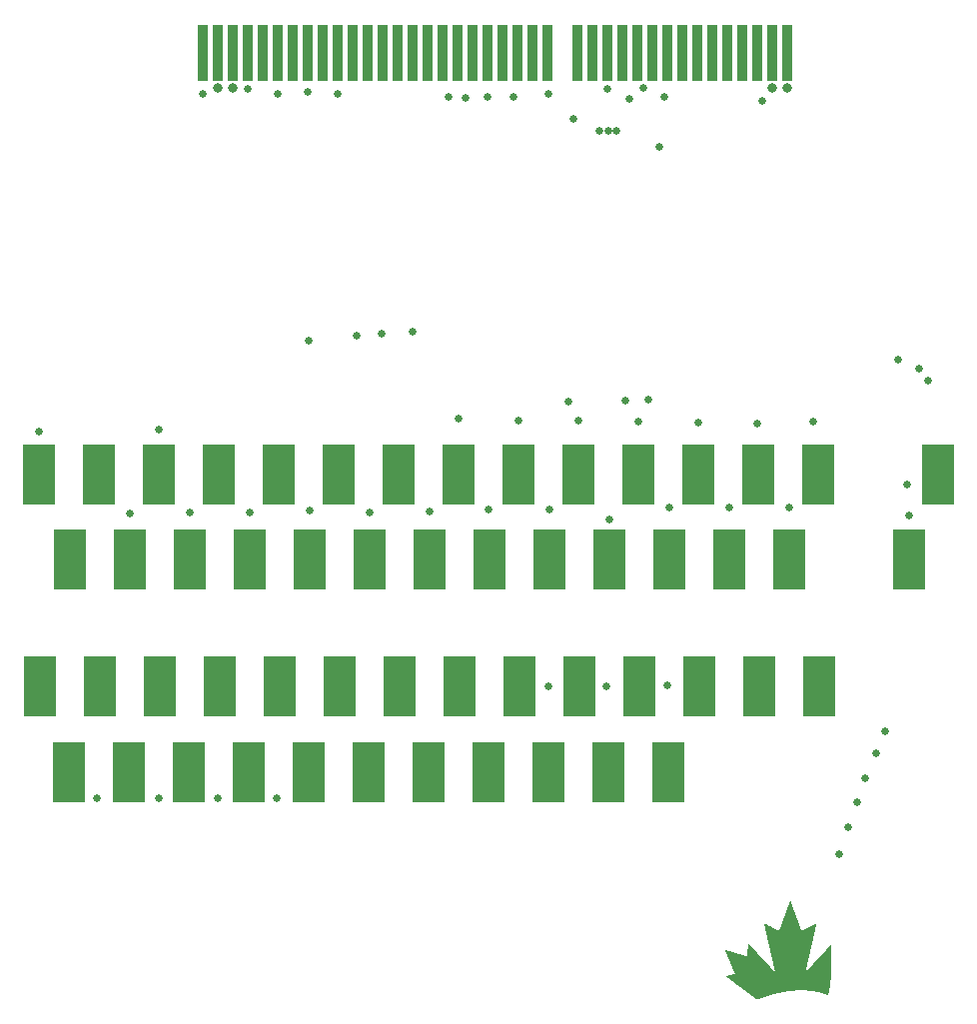
<source format=gbr>
G04*
G04 #@! TF.GenerationSoftware,Altium Limited,Altium Designer,22.11.1 (43)*
G04*
G04 Layer_Color=8388736*
%FSLAX44Y44*%
%MOMM*%
G71*
G04*
G04 #@! TF.SameCoordinates,FC654CB9-28C8-48F1-B545-0E8A54867809*
G04*
G04*
G04 #@! TF.FilePolarity,Negative*
G04*
G01*
G75*
%ADD16R,2.7032X5.2032*%
%ADD17R,0.8632X4.7752*%
%ADD18C,0.8382*%
%ADD19C,0.6472*%
G36*
X729979Y257609D02*
X730030Y257478D01*
X730050Y257437D01*
X730091Y257336D01*
X730121Y257225D01*
X730172Y257114D01*
X730212Y256952D01*
X730253Y256911D01*
X730293Y256749D01*
X730374Y256567D01*
X730404Y256456D01*
X730434Y256385D01*
X730475Y256284D01*
X730505Y256173D01*
X730576Y256001D01*
X730596Y255920D01*
X730677Y255738D01*
X730708Y255627D01*
X730758Y255536D01*
X730788Y255404D01*
X730859Y255233D01*
X730890Y255121D01*
X730940Y255030D01*
X730960Y254949D01*
X731011Y254818D01*
X731061Y254707D01*
X731082Y254585D01*
X731142Y254484D01*
X731183Y254322D01*
X731264Y254140D01*
X731284Y254039D01*
X731324Y253999D01*
X731365Y253837D01*
X731446Y253655D01*
X731476Y253524D01*
X731527Y253433D01*
X731567Y253271D01*
X731648Y253089D01*
X731668Y253008D01*
X731729Y252866D01*
X731749Y252785D01*
X731830Y252603D01*
X731860Y252492D01*
X731931Y252320D01*
X731962Y252209D01*
X732012Y252118D01*
X732032Y252037D01*
X732133Y251774D01*
X732164Y251663D01*
X732194Y251633D01*
X732234Y251471D01*
X732315Y251289D01*
X732346Y251157D01*
X732417Y251026D01*
X732437Y250905D01*
X732518Y250723D01*
X732548Y250611D01*
X732578Y250581D01*
X732619Y250439D01*
X732639Y250358D01*
X732680Y250318D01*
X732720Y250156D01*
X732801Y249954D01*
X732821Y249873D01*
X732902Y249691D01*
X732932Y249580D01*
X732983Y249468D01*
X733003Y249388D01*
X733054Y249256D01*
X733084Y249226D01*
X733124Y249044D01*
X733185Y248902D01*
X733246Y248740D01*
X733286Y248639D01*
X733317Y248528D01*
X733387Y248356D01*
X733408Y248275D01*
X733488Y248093D01*
X733519Y247982D01*
X733569Y247871D01*
X733590Y247790D01*
X733671Y247608D01*
X733701Y247476D01*
X733772Y247304D01*
X733792Y247224D01*
X733812Y247183D01*
X733873Y247041D01*
X733903Y246930D01*
X733954Y246839D01*
X733994Y246677D01*
X734075Y246495D01*
X734105Y246384D01*
X734136Y246354D01*
X734176Y246192D01*
X734257Y246010D01*
X734287Y245899D01*
X734318Y245828D01*
X734358Y245727D01*
X734389Y245616D01*
X734459Y245444D01*
X734490Y245333D01*
X734520Y245302D01*
X734560Y245161D01*
X734581Y245080D01*
X734641Y244938D01*
X734692Y244807D01*
X734742Y244695D01*
X734773Y244564D01*
X734844Y244392D01*
X734864Y244311D01*
X734884Y244271D01*
X734945Y244129D01*
X734975Y244018D01*
X735026Y243927D01*
X735056Y243795D01*
X735147Y243583D01*
X735167Y243482D01*
X735208Y243442D01*
X735248Y243280D01*
X735329Y243098D01*
X735349Y242976D01*
X735390Y242936D01*
X735430Y242794D01*
X735531Y242531D01*
X735562Y242420D01*
X735592Y242390D01*
X735632Y242228D01*
X735713Y242046D01*
X735744Y241915D01*
X735774Y241884D01*
X735814Y241743D01*
X735865Y241611D01*
X735895Y241581D01*
X735946Y241369D01*
X735976Y241338D01*
X736017Y241196D01*
X736118Y240934D01*
X736138Y240853D01*
X736199Y240711D01*
X736219Y240630D01*
X736300Y240448D01*
X736330Y240337D01*
X736381Y240226D01*
X736401Y240145D01*
X736441Y240044D01*
X736502Y239902D01*
X736522Y239801D01*
X736603Y239619D01*
X736634Y239508D01*
X736664Y239477D01*
X736684Y239396D01*
X736714Y239285D01*
X736785Y239113D01*
X736815Y239002D01*
X736846Y238972D01*
X736886Y238830D01*
X736937Y238699D01*
X736967Y238668D01*
X736998Y238517D01*
X737028Y238446D01*
X737068Y238345D01*
X737088Y238264D01*
X737169Y238082D01*
X737200Y237971D01*
X737271Y237799D01*
X737291Y237718D01*
X737372Y237536D01*
X737392Y237435D01*
X737473Y237253D01*
X737493Y237152D01*
X737533Y237111D01*
X737574Y236949D01*
X737655Y236767D01*
X737685Y236636D01*
X737736Y236545D01*
X737756Y236464D01*
X737806Y236332D01*
X737857Y236221D01*
X737877Y236100D01*
X737918Y236059D01*
X737958Y235918D01*
X737978Y235837D01*
X738059Y235655D01*
X738080Y235574D01*
X738140Y235432D01*
X738170Y235321D01*
X738221Y235230D01*
X738261Y235068D01*
X738282Y235028D01*
X738342Y234886D01*
X738373Y234775D01*
X738423Y234684D01*
X738454Y234553D01*
X738545Y234340D01*
X738565Y234239D01*
X738605Y234199D01*
X738646Y234037D01*
X738727Y233855D01*
X738757Y233724D01*
X738808Y233633D01*
X738848Y233471D01*
X738929Y233289D01*
X738959Y233177D01*
X738990Y233147D01*
X739030Y232985D01*
X739111Y232803D01*
X739141Y232692D01*
X739212Y232520D01*
X739242Y232409D01*
X739293Y232318D01*
X739313Y232237D01*
X739344Y232126D01*
X739374Y232095D01*
X739414Y231954D01*
X739465Y231822D01*
X739526Y231681D01*
X739627Y231701D01*
X739687Y231762D01*
X739768Y231782D01*
X739809Y231822D01*
X739910Y231863D01*
X740011Y231923D01*
X740355Y232106D01*
X740456Y232146D01*
X740496Y232166D01*
X740537Y232207D01*
X740638Y232247D01*
X740739Y232308D01*
X741467Y232692D01*
X741649Y232793D01*
X741750Y232834D01*
X741791Y232854D01*
X741831Y232894D01*
X741963Y232945D01*
X742094Y233016D01*
X742195Y233076D01*
X742377Y233177D01*
X742478Y233218D01*
X742519Y233238D01*
X742559Y233279D01*
X742661Y233319D01*
X742762Y233380D01*
X742863Y233420D01*
X742903Y233440D01*
X742944Y233481D01*
X743075Y233531D01*
X743126Y233582D01*
X743257Y233633D01*
X743287Y233663D01*
X743389Y233703D01*
X743490Y233764D01*
X743833Y233946D01*
X743935Y233986D01*
X743975Y234007D01*
X744096Y234088D01*
X744177Y234108D01*
X744238Y234168D01*
X744370Y234219D01*
X744400Y234249D01*
X744501Y234290D01*
X744541Y234310D01*
X744582Y234350D01*
X744713Y234401D01*
X744784Y234452D01*
X744885Y234492D01*
X744926Y234512D01*
X744966Y234553D01*
X745098Y234603D01*
X745128Y234634D01*
X745229Y234674D01*
X745269Y234694D01*
X745310Y234735D01*
X745441Y234785D01*
X745512Y234836D01*
X745573Y234856D01*
X745674Y234917D01*
X745856Y235018D01*
X748040Y236171D01*
X748263Y236292D01*
X748364Y236332D01*
X748404Y236353D01*
X748445Y236393D01*
X748576Y236444D01*
X748627Y236494D01*
X748738Y236525D01*
X748768Y236555D01*
X748809Y236575D01*
X748991Y236676D01*
X749092Y236717D01*
X749132Y236737D01*
X749173Y236777D01*
X749274Y236818D01*
X749314Y236838D01*
X749416Y236899D01*
X749719Y237061D01*
X750447Y237445D01*
X750548Y237485D01*
X750589Y237505D01*
X750629Y237546D01*
X750730Y237586D01*
X750771Y237607D01*
X750892Y237687D01*
X750973Y237708D01*
X751034Y237768D01*
X751145Y237799D01*
X751195Y237849D01*
X751327Y237900D01*
X751377Y237950D01*
X751509Y238001D01*
X751640Y238072D01*
X751741Y238132D01*
X752085Y238314D01*
X752186Y238355D01*
X752257Y238345D01*
X752237Y238163D01*
X752217Y238102D01*
X752197Y237961D01*
X752156Y237859D01*
X752116Y237617D01*
X752085Y237505D01*
X752055Y237414D01*
X752035Y237334D01*
X752014Y237152D01*
X751974Y237050D01*
X751954Y236970D01*
X751934Y236828D01*
X751903Y236696D01*
X751853Y236525D01*
X751833Y236444D01*
X751812Y236282D01*
X751772Y236181D01*
X751731Y235938D01*
X751711Y235857D01*
X751650Y235655D01*
X751620Y235463D01*
X751600Y235382D01*
X751570Y235291D01*
X751549Y235210D01*
X751519Y235018D01*
X751468Y234846D01*
X751448Y234765D01*
X751418Y234573D01*
X751387Y234482D01*
X751347Y234320D01*
X751327Y234158D01*
X751286Y234057D01*
X751266Y233976D01*
X751236Y233784D01*
X751216Y233703D01*
X751185Y233612D01*
X751165Y233531D01*
X751135Y233339D01*
X751084Y233167D01*
X751064Y233086D01*
X751034Y232894D01*
X750983Y232722D01*
X750963Y232641D01*
X750943Y232480D01*
X750902Y232379D01*
X750882Y232298D01*
X750862Y232156D01*
X750831Y232025D01*
X750781Y231853D01*
X750760Y231711D01*
X750700Y231489D01*
X750680Y231408D01*
X750649Y231216D01*
X750599Y231044D01*
X750579Y230963D01*
X750548Y230791D01*
X750528Y230710D01*
X750498Y230619D01*
X750477Y230477D01*
X750447Y230346D01*
X750396Y230174D01*
X750376Y230032D01*
X750316Y229810D01*
X750295Y229729D01*
X750275Y229587D01*
X750245Y229476D01*
X750194Y229304D01*
X750164Y229112D01*
X750144Y229031D01*
X750113Y228940D01*
X750093Y228859D01*
X750063Y228667D01*
X750012Y228495D01*
X749992Y228414D01*
X749972Y228232D01*
X749931Y228131D01*
X749911Y228050D01*
X749891Y227909D01*
X749861Y227798D01*
X749810Y227626D01*
X749770Y227363D01*
X749729Y227262D01*
X749709Y227181D01*
X749678Y226989D01*
X749628Y226817D01*
X749608Y226736D01*
X749577Y226544D01*
X749527Y226372D01*
X749507Y226291D01*
X749486Y226129D01*
X749446Y226028D01*
X749426Y225947D01*
X749406Y225805D01*
X749375Y225674D01*
X749325Y225502D01*
X749294Y225310D01*
X749244Y225138D01*
X749223Y225057D01*
X749193Y224865D01*
X749143Y224693D01*
X749122Y224612D01*
X749092Y224420D01*
X749062Y224329D01*
X749021Y224167D01*
X749001Y224005D01*
X748960Y223904D01*
X748920Y223743D01*
X748900Y223560D01*
X748859Y223459D01*
X748839Y223378D01*
X748809Y223186D01*
X748758Y223014D01*
X748738Y222934D01*
X748708Y222741D01*
X748637Y222509D01*
X748607Y222317D01*
X748556Y222145D01*
X748536Y222003D01*
X748505Y221872D01*
X748455Y221700D01*
X748435Y221558D01*
X748374Y221336D01*
X748354Y221255D01*
X748334Y221113D01*
X748303Y221002D01*
X748253Y220830D01*
X748222Y220638D01*
X748172Y220466D01*
X748151Y220385D01*
X748121Y220193D01*
X748071Y220021D01*
X748050Y219940D01*
X748030Y219758D01*
X747990Y219657D01*
X747970Y219576D01*
X747949Y219435D01*
X747929Y219354D01*
X747868Y219151D01*
X747848Y219010D01*
X747818Y218878D01*
X747787Y218787D01*
X747767Y218706D01*
X747737Y218514D01*
X747686Y218342D01*
X747666Y218262D01*
X747636Y218069D01*
X747565Y217837D01*
X747545Y217655D01*
X747504Y217554D01*
X747484Y217473D01*
X747454Y217281D01*
X747433Y217200D01*
X747383Y217028D01*
X747363Y216886D01*
X747302Y216664D01*
X747282Y216583D01*
X747252Y216391D01*
X747201Y216219D01*
X747181Y216138D01*
X747150Y215946D01*
X747100Y215814D01*
X747080Y215673D01*
X747049Y215521D01*
X746999Y215349D01*
X746979Y215208D01*
X746948Y215076D01*
X746918Y214985D01*
X746898Y214904D01*
X746877Y214763D01*
X746817Y214540D01*
X746796Y214459D01*
X746776Y214318D01*
X746746Y214206D01*
X746715Y214115D01*
X746695Y214035D01*
X746675Y213853D01*
X746635Y213751D01*
X746614Y213671D01*
X746594Y213529D01*
X746564Y213397D01*
X746513Y213225D01*
X746493Y213145D01*
X746473Y212983D01*
X746432Y212882D01*
X746412Y212801D01*
X746382Y212609D01*
X746362Y212528D01*
X746311Y212356D01*
X746281Y212164D01*
X746230Y211992D01*
X746210Y211911D01*
X746180Y211719D01*
X746129Y211547D01*
X746109Y211466D01*
X746078Y211274D01*
X746028Y211142D01*
X745977Y210849D01*
X745927Y210677D01*
X745897Y210485D01*
X745876Y210404D01*
X745846Y210313D01*
X745826Y210232D01*
X745795Y210040D01*
X745745Y209868D01*
X745724Y209787D01*
X745694Y209595D01*
X745654Y209494D01*
X745633Y209393D01*
X745593Y209170D01*
X745543Y208999D01*
X745522Y208857D01*
X745492Y208725D01*
X745441Y208554D01*
X745421Y208412D01*
X745360Y208190D01*
X745340Y208109D01*
X745310Y207917D01*
X745259Y207745D01*
X745239Y207664D01*
X745209Y207492D01*
X745158Y207320D01*
X745138Y207178D01*
X745108Y207047D01*
X745057Y206875D01*
X745037Y206733D01*
X744976Y206511D01*
X744956Y206430D01*
X744936Y206288D01*
X744905Y206177D01*
X744855Y206005D01*
X744825Y205813D01*
X744804Y205732D01*
X744774Y205641D01*
X744754Y205560D01*
X744723Y205368D01*
X744673Y205196D01*
X744653Y205115D01*
X744622Y204923D01*
X744572Y204751D01*
X744551Y204610D01*
X744521Y204499D01*
X744471Y204327D01*
X744440Y204134D01*
X744420Y204053D01*
X744370Y203882D01*
X744339Y203689D01*
X744289Y203518D01*
X744268Y203437D01*
X744238Y203245D01*
X744187Y203073D01*
X744167Y202992D01*
X744147Y202830D01*
X744107Y202729D01*
X744086Y202648D01*
X744066Y202506D01*
X744036Y202375D01*
X743985Y202203D01*
X743955Y202011D01*
X743904Y201839D01*
X743884Y201758D01*
X743854Y201566D01*
X743803Y201394D01*
X743783Y201313D01*
X743753Y201121D01*
X743702Y200989D01*
X743652Y200696D01*
X743601Y200524D01*
X743581Y200443D01*
X743560Y200261D01*
X743520Y200160D01*
X743500Y200079D01*
X743469Y199887D01*
X743419Y199715D01*
X743399Y199634D01*
X743368Y199442D01*
X743298Y199210D01*
X743267Y199018D01*
X743217Y198846D01*
X743196Y198704D01*
X743166Y198573D01*
X743115Y198401D01*
X743095Y198320D01*
X743075Y198158D01*
X743035Y198057D01*
X742994Y197814D01*
X742974Y197733D01*
X742913Y197531D01*
X742883Y197339D01*
X742832Y197167D01*
X742812Y197086D01*
X742792Y196924D01*
X742772Y196864D01*
X742731Y196763D01*
X742751Y196702D01*
X742782Y196692D01*
X742812Y196722D01*
X742832Y196763D01*
X742903Y196813D01*
X742954Y196884D01*
X743115Y197046D01*
X743136Y197086D01*
X743196Y197127D01*
X743217Y197167D01*
X743399Y197349D01*
X743419Y197389D01*
X743480Y197430D01*
X743500Y197470D01*
X743763Y197733D01*
X743783Y197774D01*
X743965Y197956D01*
X743985Y197996D01*
X744167Y198178D01*
X744187Y198219D01*
X744390Y198421D01*
X744400Y198451D01*
X744440Y198472D01*
X744491Y198542D01*
X744754Y198805D01*
X744774Y198846D01*
X745037Y199109D01*
X745057Y199149D01*
X745239Y199331D01*
X745259Y199371D01*
X745441Y199554D01*
X745462Y199594D01*
X745492Y199624D01*
X745522Y199634D01*
X745543Y199675D01*
X745724Y199857D01*
X745745Y199897D01*
X745775Y199928D01*
X745805Y199938D01*
X745826Y199978D01*
X746028Y200180D01*
X746038Y200211D01*
X746078Y200231D01*
X746129Y200302D01*
X746291Y200464D01*
X746311Y200504D01*
X746493Y200686D01*
X746513Y200727D01*
X746715Y200929D01*
X746726Y200959D01*
X746766Y200979D01*
X746796Y201010D01*
X746817Y201050D01*
X746999Y201232D01*
X747019Y201273D01*
X747080Y201313D01*
X747100Y201353D01*
X747363Y201616D01*
X747383Y201657D01*
X747565Y201839D01*
X747585Y201879D01*
X747767Y202061D01*
X747787Y202102D01*
X748050Y202365D01*
X748071Y202405D01*
X748334Y202668D01*
X748354Y202709D01*
X748384Y202739D01*
X748415Y202749D01*
X748435Y202789D01*
X748637Y202992D01*
X748657Y203032D01*
X748839Y203214D01*
X748859Y203255D01*
X749041Y203437D01*
X749062Y203477D01*
X749102Y203497D01*
X749122Y203538D01*
X749325Y203740D01*
X749345Y203780D01*
X749608Y204043D01*
X749628Y204084D01*
X749689Y204124D01*
X749709Y204165D01*
X749891Y204347D01*
X749911Y204387D01*
X750134Y204610D01*
X750154Y204650D01*
X750316Y204812D01*
X750326Y204842D01*
X750366Y204862D01*
X750467Y204984D01*
X750599Y205115D01*
X750609Y205146D01*
X750649Y205166D01*
X750750Y205287D01*
X750882Y205419D01*
X750892Y205449D01*
X750932Y205469D01*
X750963Y205500D01*
X750983Y205540D01*
X751226Y205783D01*
X751246Y205823D01*
X751448Y206026D01*
X751468Y206066D01*
X751650Y206248D01*
X751671Y206288D01*
X751934Y206551D01*
X751954Y206592D01*
X752217Y206855D01*
X752237Y206895D01*
X752267Y206926D01*
X752298Y206936D01*
X752318Y206976D01*
X752500Y207158D01*
X752520Y207199D01*
X752702Y207381D01*
X752722Y207421D01*
X752925Y207623D01*
X752945Y207664D01*
X753006Y207704D01*
X753026Y207745D01*
X753208Y207927D01*
X753228Y207967D01*
X753289Y208008D01*
X753309Y208048D01*
X753491Y208230D01*
X753511Y208270D01*
X753572Y208311D01*
X753592Y208351D01*
X753774Y208533D01*
X753794Y208574D01*
X753976Y208756D01*
X753997Y208796D01*
X754179Y208978D01*
X754199Y209019D01*
X754270Y209069D01*
X754320Y209140D01*
X754462Y209282D01*
X754482Y209322D01*
X754543Y209363D01*
X754563Y209403D01*
X754846Y209686D01*
X754866Y209727D01*
X755048Y209909D01*
X755068Y209949D01*
X755250Y210131D01*
X755271Y210172D01*
X755534Y210434D01*
X755554Y210475D01*
X755817Y210738D01*
X755837Y210778D01*
X755867Y210809D01*
X755898Y210819D01*
X755918Y210859D01*
X756100Y211041D01*
X756120Y211082D01*
X756322Y211284D01*
X756343Y211324D01*
X756525Y211506D01*
X756535Y211537D01*
X756575Y211557D01*
X756626Y211628D01*
X756808Y211810D01*
X756828Y211850D01*
X756869Y211870D01*
X756889Y211911D01*
X757091Y212113D01*
X757101Y212143D01*
X757141Y212164D01*
X757172Y212194D01*
X757192Y212234D01*
X757374Y212416D01*
X757394Y212457D01*
X757435Y212477D01*
X757455Y212518D01*
X757597Y212659D01*
X757617Y212700D01*
X757779Y212861D01*
X757789Y212892D01*
X757829Y212912D01*
X757859Y212942D01*
X757880Y212983D01*
X758082Y213185D01*
X758092Y213215D01*
X758132Y213236D01*
X758183Y213306D01*
X758426Y213549D01*
X758446Y213590D01*
X758709Y213853D01*
X758729Y213893D01*
X758871Y214035D01*
X758881Y214065D01*
X758911Y214075D01*
X758931Y214115D01*
X759134Y214318D01*
X759154Y214358D01*
X759214Y214399D01*
X759235Y214439D01*
X759417Y214621D01*
X759437Y214662D01*
X759498Y214702D01*
X759518Y214742D01*
X759700Y214924D01*
X759720Y214965D01*
X759781Y215005D01*
X759801Y215046D01*
X759983Y215228D01*
X760003Y215268D01*
X760185Y215450D01*
X760206Y215491D01*
X760408Y215693D01*
X760418Y215723D01*
X760458Y215744D01*
X760489Y215774D01*
X760509Y215814D01*
X760671Y215976D01*
X760691Y216017D01*
X760752Y216057D01*
X760772Y216098D01*
X760974Y216300D01*
X760984Y216330D01*
X761025Y216350D01*
X761075Y216421D01*
X761257Y216603D01*
X761277Y216644D01*
X761460Y216826D01*
X761480Y216866D01*
X761743Y217129D01*
X761763Y217169D01*
X762026Y217432D01*
X762046Y217473D01*
X762309Y217736D01*
X762329Y217776D01*
X762531Y217978D01*
X762552Y218019D01*
X762734Y218201D01*
X762754Y218241D01*
X763017Y218504D01*
X763037Y218545D01*
X763300Y218808D01*
X763320Y218848D01*
X763381Y218888D01*
X763401Y218929D01*
X763583Y219111D01*
X763603Y219151D01*
X763785Y219333D01*
X763806Y219374D01*
X763988Y219556D01*
X764008Y219596D01*
X764069Y219637D01*
X764089Y219677D01*
X764271Y219859D01*
X764291Y219900D01*
X764352Y219940D01*
X764372Y219981D01*
X764574Y220183D01*
X764584Y220213D01*
X764625Y220233D01*
X764655Y220264D01*
X764675Y220304D01*
X764736Y220365D01*
X764756Y220405D01*
X764827Y220436D01*
X764857Y220405D01*
X764827Y213114D01*
X764807Y211881D01*
X764797Y211830D01*
X764817Y211769D01*
X764807Y211537D01*
X764817Y211446D01*
X764797Y211385D01*
X764776Y209484D01*
X764756Y209423D01*
X764736Y205985D01*
X764716Y205924D01*
X764736Y205843D01*
X764716Y205702D01*
X764696Y204367D01*
X764675Y204306D01*
X764645Y202112D01*
X764625Y201101D01*
X764604Y200615D01*
X764584Y200049D01*
X764564Y199341D01*
X764544Y198148D01*
X764503Y197116D01*
X764483Y196692D01*
X764463Y195964D01*
X764443Y195033D01*
X764422Y194548D01*
X764392Y193951D01*
X764372Y193628D01*
X764342Y192788D01*
X764321Y192505D01*
X764301Y192303D01*
X764281Y192060D01*
X764261Y191595D01*
X764240Y191271D01*
X764220Y191069D01*
X764200Y190907D01*
X764180Y190685D01*
X764159Y190280D01*
X764139Y190038D01*
X764109Y189765D01*
X764089Y189684D01*
X764069Y189239D01*
X764048Y189037D01*
X764028Y188895D01*
X764008Y188814D01*
X763988Y188551D01*
X763967Y188410D01*
X763947Y188066D01*
X763927Y188005D01*
X763897Y187813D01*
X763876Y187591D01*
X763856Y187348D01*
X763816Y187105D01*
X763785Y186832D01*
X763755Y186539D01*
X763715Y186336D01*
X763654Y185791D01*
X763634Y185710D01*
X763614Y185608D01*
X763583Y185335D01*
X763553Y185123D01*
X763512Y184921D01*
X763482Y184648D01*
X763452Y184456D01*
X763411Y184294D01*
X763371Y183930D01*
X763330Y183768D01*
X763310Y183667D01*
X763290Y183485D01*
X763249Y183262D01*
X763229Y183181D01*
X763209Y183080D01*
X763189Y182898D01*
X763158Y182706D01*
X763138Y182645D01*
X763118Y182565D01*
X763098Y182362D01*
X763077Y182281D01*
X763047Y182150D01*
X763027Y182069D01*
X763007Y181948D01*
X762987Y181786D01*
X762926Y181543D01*
X762906Y181422D01*
X762865Y181199D01*
X762835Y181088D01*
X762815Y181007D01*
X762784Y180775D01*
X762764Y180694D01*
X762734Y180583D01*
X762713Y180502D01*
X762693Y180299D01*
X762653Y180198D01*
X762612Y180037D01*
X762592Y179855D01*
X762552Y179753D01*
X762511Y179511D01*
X762481Y179379D01*
X762430Y179207D01*
X762410Y179066D01*
X762380Y178955D01*
X762329Y178783D01*
X762299Y178590D01*
X762248Y178419D01*
X762228Y178338D01*
X762198Y178166D01*
X762157Y178064D01*
X762137Y177984D01*
X762097Y177761D01*
X762046Y177630D01*
X762016Y177438D01*
X761975Y177357D01*
X761834Y177377D01*
X761773Y177397D01*
X761591Y177478D01*
X761510Y177498D01*
X761328Y177579D01*
X761197Y177630D01*
X761085Y177680D01*
X760974Y177711D01*
X760883Y177761D01*
X760802Y177781D01*
X760539Y177882D01*
X760428Y177913D01*
X760398Y177943D01*
X760236Y177984D01*
X760054Y178064D01*
X759922Y178095D01*
X759791Y178166D01*
X759670Y178186D01*
X759488Y178267D01*
X759366Y178287D01*
X759184Y178368D01*
X759083Y178388D01*
X758941Y178449D01*
X758861Y178469D01*
X758658Y178550D01*
X758527Y178580D01*
X758426Y178621D01*
X758203Y178681D01*
X758092Y178732D01*
X758011Y178752D01*
X757880Y178783D01*
X757768Y178833D01*
X757688Y178853D01*
X757576Y178884D01*
X757465Y178934D01*
X757293Y178965D01*
X757121Y179035D01*
X756949Y179066D01*
X756777Y179137D01*
X756616Y179157D01*
X756474Y179217D01*
X756393Y179238D01*
X756272Y179258D01*
X756130Y179319D01*
X756049Y179339D01*
X755898Y179369D01*
X755766Y179420D01*
X755594Y179450D01*
X755362Y179521D01*
X755149Y179571D01*
X755058Y179602D01*
X754977Y179622D01*
X754765Y179672D01*
X754654Y179703D01*
X754573Y179723D01*
X754411Y179743D01*
X754270Y179804D01*
X754007Y179844D01*
X753905Y179885D01*
X753825Y179905D01*
X753683Y179925D01*
X753602Y179946D01*
X753400Y180006D01*
X753208Y180037D01*
X753127Y180057D01*
X753016Y180087D01*
X752935Y180107D01*
X752743Y180138D01*
X752631Y180168D01*
X752469Y180208D01*
X752267Y180229D01*
X752166Y180269D01*
X752035Y180299D01*
X751853Y180320D01*
X751752Y180340D01*
X751640Y180370D01*
X751559Y180390D01*
X751357Y180411D01*
X751276Y180431D01*
X751165Y180461D01*
X751064Y180481D01*
X750902Y180502D01*
X750680Y180542D01*
X750599Y180562D01*
X750498Y180583D01*
X750295Y180603D01*
X750174Y180623D01*
X750012Y180663D01*
X749891Y180684D01*
X749689Y180704D01*
X749466Y180744D01*
X749385Y180765D01*
X749112Y180795D01*
X748900Y180825D01*
X748698Y180866D01*
X748536Y180886D01*
X748293Y180906D01*
X748172Y180926D01*
X748071Y180947D01*
X747949Y180967D01*
X747707Y180987D01*
X747504Y181007D01*
X747383Y181028D01*
X747282Y181048D01*
X747120Y181068D01*
X746837Y181088D01*
X746635Y181108D01*
X746372Y181149D01*
X746170Y181169D01*
X745846Y181189D01*
X745623Y181210D01*
X745350Y181240D01*
X745269Y181260D01*
X744653Y181290D01*
X744410Y181311D01*
X744248Y181331D01*
X744005Y181351D01*
X743682Y181371D01*
X743075Y181392D01*
X742751Y181412D01*
X742468Y181432D01*
X742084Y181452D01*
X741133Y181472D01*
X737604Y181483D01*
X737544Y181462D01*
X736189Y181442D01*
X736128Y181422D01*
X735592Y181392D01*
X734945Y181371D01*
X734601Y181351D01*
X734358Y181331D01*
X734156Y181311D01*
X733913Y181290D01*
X733468Y181270D01*
X733185Y181250D01*
X732861Y181210D01*
X732639Y181189D01*
X732255Y181169D01*
X732053Y181149D01*
X731638Y181098D01*
X731375Y181078D01*
X731051Y181058D01*
X730991Y181038D01*
X730799Y181007D01*
X730556Y180987D01*
X730293Y180967D01*
X730030Y180926D01*
X729909Y180906D01*
X729625Y180886D01*
X729444Y180866D01*
X729322Y180846D01*
X729221Y180825D01*
X728675Y180765D01*
X728473Y180724D01*
X728200Y180694D01*
X727947Y180663D01*
X727745Y180623D01*
X727472Y180593D01*
X727259Y180562D01*
X727178Y180542D01*
X727077Y180522D01*
X726875Y180502D01*
X726713Y180481D01*
X726511Y180441D01*
X726430Y180421D01*
X726228Y180401D01*
X726066Y180380D01*
X725904Y180340D01*
X725783Y180320D01*
X725601Y180299D01*
X725378Y180259D01*
X725267Y180229D01*
X725065Y180208D01*
X724873Y180178D01*
X724761Y180148D01*
X724680Y180128D01*
X724428Y180097D01*
X724327Y180077D01*
X724165Y180037D01*
X723781Y179976D01*
X723619Y179935D01*
X723457Y179915D01*
X723336Y179895D01*
X723255Y179875D01*
X723143Y179844D01*
X723002Y179824D01*
X722840Y179804D01*
X722779Y179784D01*
X722537Y179723D01*
X722314Y179703D01*
X722213Y179662D01*
X722132Y179642D01*
X721839Y179592D01*
X721758Y179571D01*
X721647Y179541D01*
X721354Y179490D01*
X721273Y179470D01*
X721161Y179440D01*
X720949Y179410D01*
X720777Y179359D01*
X720696Y179339D01*
X720514Y179319D01*
X720453Y179298D01*
X720312Y179258D01*
X720231Y179238D01*
X720049Y179217D01*
X719948Y179177D01*
X719867Y179157D01*
X719725Y179137D01*
X719614Y179106D01*
X719442Y179056D01*
X719250Y179025D01*
X719169Y179005D01*
X718997Y178955D01*
X718805Y178924D01*
X718573Y178853D01*
X718411Y178833D01*
X718310Y178793D01*
X718148Y178752D01*
X717986Y178732D01*
X717844Y178671D01*
X717582Y178631D01*
X717440Y178570D01*
X717248Y178540D01*
X717015Y178469D01*
X716853Y178449D01*
X716752Y178408D01*
X716611Y178368D01*
X716459Y178338D01*
X716227Y178267D01*
X716085Y178247D01*
X715943Y178186D01*
X715802Y178166D01*
X715691Y178135D01*
X715559Y178085D01*
X715387Y178054D01*
X715155Y177984D01*
X715003Y177953D01*
X714872Y177903D01*
X714791Y177882D01*
X714609Y177842D01*
X714507Y177802D01*
X714426Y177781D01*
X714275Y177751D01*
X714164Y177701D01*
X714022Y177680D01*
X713830Y177610D01*
X713628Y177569D01*
X713527Y177529D01*
X713436Y177498D01*
X713223Y177448D01*
X713092Y177397D01*
X712940Y177367D01*
X712839Y177326D01*
X712728Y177296D01*
X712606Y177276D01*
X712465Y177215D01*
X712252Y177164D01*
X712141Y177114D01*
X711989Y177084D01*
X711888Y177043D01*
X711777Y177013D01*
X711646Y176982D01*
X711544Y176942D01*
X711322Y176881D01*
X711221Y176841D01*
X710998Y176780D01*
X710897Y176740D01*
X710675Y176679D01*
X710543Y176629D01*
X710361Y176588D01*
X710220Y176528D01*
X710088Y176497D01*
X709987Y176457D01*
X709765Y176396D01*
X709653Y176345D01*
X709573Y176325D01*
X709471Y176305D01*
X709330Y176244D01*
X709168Y176204D01*
X709026Y176143D01*
X708895Y176113D01*
X708794Y176072D01*
X708703Y176042D01*
X708571Y176012D01*
X708400Y175941D01*
X708288Y175911D01*
X708177Y175860D01*
X708096Y175840D01*
X707985Y175809D01*
X707874Y175759D01*
X707742Y175729D01*
X707641Y175688D01*
X707550Y175658D01*
X707469Y175638D01*
X707267Y175557D01*
X707146Y175536D01*
X706964Y175455D01*
X706852Y175425D01*
X706741Y175375D01*
X706660Y175354D01*
X706549Y175324D01*
X706519Y175294D01*
X706357Y175253D01*
X706094Y175152D01*
X705993Y175132D01*
X705851Y175071D01*
X705770Y175051D01*
X705588Y174970D01*
X705457Y174940D01*
X705366Y174889D01*
X705285Y174869D01*
X705174Y174839D01*
X705143Y174808D01*
X704982Y174768D01*
X704799Y174687D01*
X704668Y174657D01*
X704496Y174586D01*
X704415Y174566D01*
X704233Y174485D01*
X704122Y174454D01*
X703950Y174384D01*
X703839Y174353D01*
X703808Y174323D01*
X703667Y174282D01*
X703586Y174262D01*
X703485Y174202D01*
X703353Y174171D01*
X703182Y174100D01*
X703070Y174070D01*
X703040Y174040D01*
X702838Y173979D01*
X702797Y173959D01*
X702656Y173898D01*
X702544Y173868D01*
X702514Y173838D01*
X702373Y173797D01*
X702292Y173777D01*
X702251Y173736D01*
X702089Y173696D01*
X701907Y173615D01*
X701786Y173575D01*
X701644Y173655D01*
X701604Y173696D01*
X701503Y173757D01*
X701462Y173797D01*
X701371Y173848D01*
X701361Y173878D01*
X701260Y173939D01*
X701220Y173979D01*
X701179Y173999D01*
X701068Y174090D01*
X700997Y174141D01*
X700957Y174181D01*
X700856Y174242D01*
X700815Y174282D01*
X700775Y174303D01*
X700593Y174444D01*
X700340Y174636D01*
X700229Y174707D01*
X700168Y174768D01*
X700067Y174829D01*
X700026Y174869D01*
X699986Y174889D01*
X699925Y174950D01*
X699824Y175011D01*
X699784Y175051D01*
X699743Y175071D01*
X699693Y175102D01*
X699683Y175132D01*
X699642Y175152D01*
X699389Y175344D01*
X699318Y175395D01*
X699278Y175435D01*
X699177Y175496D01*
X699137Y175536D01*
X699035Y175597D01*
X698995Y175638D01*
X698954Y175658D01*
X698894Y175718D01*
X698853Y175739D01*
X698742Y175830D01*
X698631Y175900D01*
X698590Y175941D01*
X698550Y175961D01*
X698489Y176022D01*
X698388Y176082D01*
X698348Y176123D01*
X698247Y176184D01*
X698206Y176224D01*
X698166Y176244D01*
X698105Y176305D01*
X698065Y176325D01*
X697953Y176416D01*
X697872Y176457D01*
X697862Y176487D01*
X697822Y176507D01*
X697711Y176598D01*
X697599Y176669D01*
X697559Y176709D01*
X697518Y176730D01*
X697458Y176790D01*
X697417Y176811D01*
X697306Y176902D01*
X697195Y176972D01*
X697154Y177013D01*
X697114Y177033D01*
X697053Y177094D01*
X696952Y177154D01*
X696912Y177195D01*
X696871Y177215D01*
X696821Y177245D01*
X696811Y177276D01*
X696710Y177336D01*
X696669Y177377D01*
X696629Y177397D01*
X696517Y177488D01*
X696366Y177599D01*
X696325Y177620D01*
X696264Y177680D01*
X696224Y177701D01*
X696184Y177741D01*
X696143Y177761D01*
X696032Y177852D01*
X695911Y177933D01*
X695880Y177963D01*
X695840Y177984D01*
X695779Y178044D01*
X695678Y178105D01*
X695617Y178166D01*
X695516Y178226D01*
X695476Y178267D01*
X695435Y178287D01*
X695375Y178348D01*
X695274Y178408D01*
X695233Y178449D01*
X695193Y178469D01*
X695081Y178560D01*
X695011Y178611D01*
X694758Y178803D01*
X694727Y178833D01*
X694626Y178894D01*
X694586Y178934D01*
X694485Y178995D01*
X694444Y179035D01*
X694404Y179056D01*
X694343Y179116D01*
X694303Y179137D01*
X694192Y179228D01*
X694080Y179298D01*
X694040Y179339D01*
X693999Y179359D01*
X693939Y179420D01*
X693838Y179480D01*
X693797Y179521D01*
X693696Y179581D01*
X693635Y179642D01*
X693595Y179662D01*
X693554Y179703D01*
X693514Y179723D01*
X693403Y179814D01*
X693322Y179855D01*
X693312Y179885D01*
X693271Y179905D01*
X693160Y179996D01*
X693049Y180067D01*
X693008Y180107D01*
X692968Y180128D01*
X692907Y180188D01*
X692806Y180249D01*
X692745Y180310D01*
X692644Y180370D01*
X692604Y180411D01*
X692563Y180431D01*
X692503Y180492D01*
X692402Y180552D01*
X692361Y180593D01*
X692321Y180613D01*
X692280Y180653D01*
X692240Y180674D01*
X692129Y180765D01*
X692007Y180846D01*
X691957Y180896D01*
X691916Y180916D01*
X691876Y180957D01*
X691835Y180977D01*
X691724Y181068D01*
X691653Y181119D01*
X691613Y181159D01*
X691512Y181220D01*
X691471Y181260D01*
X691370Y181321D01*
X691330Y181361D01*
X691289Y181381D01*
X691229Y181442D01*
X691188Y181462D01*
X691077Y181553D01*
X690966Y181624D01*
X690925Y181665D01*
X690885Y181685D01*
X690824Y181745D01*
X690723Y181806D01*
X690683Y181847D01*
X690581Y181907D01*
X690541Y181948D01*
X690500Y181968D01*
X690440Y182029D01*
X690399Y182049D01*
X690288Y182140D01*
X690177Y182211D01*
X690136Y182251D01*
X690096Y182271D01*
X690035Y182332D01*
X689934Y182393D01*
X689894Y182433D01*
X689853Y182453D01*
X689793Y182514D01*
X689752Y182534D01*
X689641Y182625D01*
X689530Y182696D01*
X689489Y182736D01*
X689449Y182757D01*
X689388Y182817D01*
X689287Y182878D01*
X689247Y182918D01*
X689206Y182939D01*
X689024Y183080D01*
X688771Y183272D01*
X688741Y183303D01*
X688640Y183363D01*
X688599Y183404D01*
X688559Y183424D01*
X688377Y183566D01*
X688124Y183758D01*
X688003Y183839D01*
X687952Y183889D01*
X687851Y183950D01*
X687811Y183990D01*
X687770Y184011D01*
X687709Y184071D01*
X687608Y184132D01*
X687548Y184193D01*
X687447Y184253D01*
X687406Y184294D01*
X687366Y184314D01*
X687325Y184354D01*
X687285Y184375D01*
X687173Y184466D01*
X687052Y184547D01*
X687022Y184577D01*
X686981Y184597D01*
X686921Y184658D01*
X686820Y184718D01*
X686759Y184779D01*
X686718Y184799D01*
X686678Y184840D01*
X686637Y184860D01*
X686526Y184951D01*
X686415Y185022D01*
X686375Y185062D01*
X686334Y185083D01*
X686273Y185143D01*
X686172Y185204D01*
X686132Y185244D01*
X686031Y185305D01*
X685990Y185345D01*
X685950Y185366D01*
X685869Y185447D01*
X685768Y185507D01*
X685727Y185548D01*
X685626Y185608D01*
X685586Y185649D01*
X685545Y185669D01*
X685485Y185730D01*
X685384Y185791D01*
X685343Y185831D01*
X685303Y185851D01*
X685252Y185882D01*
X685242Y185912D01*
X685202Y185932D01*
X685090Y186023D01*
X684979Y186094D01*
X684939Y186134D01*
X684898Y186154D01*
X684837Y186215D01*
X684736Y186276D01*
X684696Y186316D01*
X684656Y186336D01*
X684473Y186478D01*
X684221Y186670D01*
X684099Y186751D01*
X684049Y186802D01*
X684008Y186822D01*
X683826Y186964D01*
X683685Y187065D01*
X683573Y187156D01*
X683452Y187236D01*
X683401Y187287D01*
X683300Y187348D01*
X683260Y187388D01*
X683220Y187408D01*
X683159Y187469D01*
X683058Y187530D01*
X683017Y187570D01*
X682977Y187591D01*
X682866Y187682D01*
X682795Y187732D01*
X682754Y187773D01*
X682653Y187833D01*
X682613Y187874D01*
X682512Y187934D01*
X682471Y187975D01*
X682431Y187995D01*
X682370Y188056D01*
X682269Y188116D01*
X682228Y188157D01*
X682188Y188177D01*
X682138Y188207D01*
X682127Y188238D01*
X682087Y188258D01*
X681976Y188349D01*
X681864Y188420D01*
X681824Y188460D01*
X681784Y188480D01*
X681723Y188541D01*
X681622Y188602D01*
X681581Y188642D01*
X681480Y188703D01*
X681420Y188764D01*
X681379Y188784D01*
X681318Y188844D01*
X681217Y188905D01*
X681177Y188946D01*
X681076Y189006D01*
X681035Y189047D01*
X680995Y189067D01*
X680934Y189128D01*
X680894Y189148D01*
X680702Y189279D01*
X680691Y189310D01*
X680651Y189330D01*
X680540Y189421D01*
X680428Y189492D01*
X680388Y189532D01*
X680348Y189552D01*
X680287Y189613D01*
X680186Y189674D01*
X680145Y189714D01*
X680105Y189734D01*
X679923Y189876D01*
X679882Y189916D01*
X679781Y189977D01*
X679741Y190018D01*
X679700Y190038D01*
X679660Y190078D01*
X679620Y190098D01*
X679508Y190189D01*
X679397Y190260D01*
X679357Y190301D01*
X679316Y190321D01*
X679255Y190382D01*
X679154Y190442D01*
X679114Y190483D01*
X679073Y190503D01*
X679023Y190533D01*
X679013Y190564D01*
X678972Y190584D01*
X678861Y190675D01*
X678750Y190746D01*
X678709Y190786D01*
X678669Y190806D01*
X678608Y190867D01*
X678507Y190928D01*
X678467Y190968D01*
X678426Y190988D01*
X678315Y191079D01*
X678244Y191130D01*
X678204Y191170D01*
X678103Y191231D01*
X678062Y191271D01*
X677961Y191332D01*
X677921Y191373D01*
X677880Y191393D01*
X677819Y191453D01*
X677718Y191514D01*
X677678Y191555D01*
X677637Y191575D01*
X677526Y191666D01*
X677455Y191716D01*
X677415Y191757D01*
X677314Y191817D01*
X677273Y191858D01*
X677233Y191878D01*
X677193Y191919D01*
X677152Y191939D01*
X677041Y192030D01*
X676919Y192111D01*
X676889Y192141D01*
X676849Y192161D01*
X676788Y192222D01*
X676748Y192242D01*
X676636Y192333D01*
X676525Y192404D01*
X676485Y192444D01*
X676444Y192465D01*
X676384Y192525D01*
X676282Y192586D01*
X676242Y192626D01*
X676201Y192647D01*
X676141Y192707D01*
X676100Y192728D01*
X675989Y192819D01*
X675837Y192930D01*
X675797Y192950D01*
X675736Y193011D01*
X675635Y193071D01*
X675595Y193112D01*
X675554Y193132D01*
X675494Y193193D01*
X675453Y193213D01*
X675281Y193344D01*
X675301Y193405D01*
X675494Y193435D01*
X675635Y193496D01*
X675807Y193526D01*
X675908Y193567D01*
X676020Y193597D01*
X676171Y193628D01*
X676272Y193668D01*
X676353Y193688D01*
X676475Y193708D01*
X676555Y193729D01*
X676687Y193779D01*
X676768Y193799D01*
X676919Y193830D01*
X677051Y193880D01*
X677193Y193901D01*
X677324Y193951D01*
X677435Y193982D01*
X677647Y194032D01*
X677779Y194083D01*
X677941Y194103D01*
X678082Y194164D01*
X678224Y194184D01*
X678305Y194204D01*
X678406Y194244D01*
X678548Y194285D01*
X678699Y194315D01*
X678831Y194366D01*
X678972Y194386D01*
X679104Y194437D01*
X679215Y194467D01*
X679427Y194517D01*
X679559Y194568D01*
X679721Y194588D01*
X679862Y194649D01*
X680145Y194710D01*
X680246Y194750D01*
X680327Y194770D01*
X680479Y194801D01*
X680611Y194851D01*
X680752Y194871D01*
X680883Y194922D01*
X680995Y194952D01*
X681207Y195003D01*
X681339Y195054D01*
X681500Y195074D01*
X681642Y195134D01*
X681784Y195155D01*
X681976Y195225D01*
X682057Y195246D01*
X682178Y195266D01*
X682259Y195286D01*
X682390Y195337D01*
X682532Y195357D01*
X682663Y195407D01*
X682775Y195438D01*
X682987Y195488D01*
X683058Y195539D01*
X683068Y195610D01*
X682987Y195792D01*
X682967Y195832D01*
X682906Y195974D01*
X682886Y196055D01*
X682845Y196095D01*
X682825Y196176D01*
X682724Y196398D01*
X682673Y196530D01*
X682643Y196560D01*
X682613Y196672D01*
X682522Y196884D01*
X682441Y197066D01*
X682390Y197197D01*
X682340Y197288D01*
X682309Y197400D01*
X682239Y197531D01*
X682208Y197642D01*
X682178Y197673D01*
X682138Y197774D01*
X682107Y197885D01*
X682077Y197915D01*
X682006Y198107D01*
X681955Y198198D01*
X681935Y198279D01*
X681834Y198502D01*
X681814Y198583D01*
X681773Y198623D01*
X681753Y198704D01*
X681713Y198805D01*
X681652Y198947D01*
X681551Y199169D01*
X681531Y199250D01*
X681490Y199291D01*
X681450Y199432D01*
X681349Y199655D01*
X681329Y199715D01*
X681268Y199857D01*
X681167Y200079D01*
X681146Y200160D01*
X681106Y200201D01*
X681066Y200342D01*
X680964Y200565D01*
X680944Y200625D01*
X680883Y200727D01*
X680853Y200838D01*
X680762Y201050D01*
X680681Y201232D01*
X680661Y201313D01*
X680621Y201353D01*
X680580Y201455D01*
X680560Y201535D01*
X680398Y201900D01*
X680348Y202031D01*
X680317Y202061D01*
X680297Y202142D01*
X680257Y202243D01*
X680196Y202385D01*
X680155Y202486D01*
X680115Y202527D01*
X680085Y202658D01*
X680014Y202789D01*
X679994Y202870D01*
X679913Y203052D01*
X679872Y203153D01*
X679812Y203295D01*
X679710Y203518D01*
X679690Y203598D01*
X679630Y203700D01*
X679609Y203780D01*
X679508Y204003D01*
X679488Y204084D01*
X679448Y204124D01*
X679377Y204317D01*
X679326Y204428D01*
X679306Y204509D01*
X679245Y204610D01*
X679174Y204802D01*
X679144Y204832D01*
X679114Y204964D01*
X679043Y205095D01*
X678992Y205227D01*
X678942Y205318D01*
X678912Y205429D01*
X678841Y205560D01*
X678821Y205661D01*
X678780Y205702D01*
X678740Y205803D01*
X678709Y205914D01*
X678679Y205945D01*
X678639Y206046D01*
X678618Y206127D01*
X678558Y206228D01*
X678527Y206339D01*
X678456Y206470D01*
X678426Y206582D01*
X678355Y206713D01*
X678325Y206824D01*
X678295Y206855D01*
X678254Y206956D01*
X678234Y207037D01*
X678173Y207138D01*
X678153Y207219D01*
X678052Y207441D01*
X678032Y207522D01*
X677991Y207563D01*
X677971Y207644D01*
X677870Y207866D01*
X677819Y207997D01*
X677789Y208028D01*
X677759Y208159D01*
X677688Y208291D01*
X677627Y208452D01*
X677567Y208594D01*
X677546Y208655D01*
X677486Y208796D01*
X677385Y209019D01*
X677334Y209150D01*
X677304Y209181D01*
X677283Y209261D01*
X677243Y209363D01*
X677182Y209504D01*
X677102Y209686D01*
X677051Y209818D01*
X677000Y209909D01*
X676970Y210020D01*
X676899Y210151D01*
X676869Y210263D01*
X676839Y210293D01*
X676798Y210394D01*
X676768Y210505D01*
X676737Y210536D01*
X676667Y210728D01*
X676636Y210758D01*
X676596Y210900D01*
X676495Y211122D01*
X676475Y211203D01*
X676434Y211243D01*
X676414Y211324D01*
X676313Y211547D01*
X676292Y211628D01*
X676232Y211729D01*
X676212Y211810D01*
X676111Y212032D01*
X676090Y212093D01*
X675928Y212457D01*
X675908Y212538D01*
X675847Y212639D01*
X675787Y212801D01*
X675726Y212942D01*
X675686Y213043D01*
X675625Y213185D01*
X675605Y213246D01*
X675564Y213286D01*
X675544Y213367D01*
X675494Y213499D01*
X675463Y213529D01*
X675443Y213610D01*
X675393Y213741D01*
X675362Y213772D01*
X675322Y213933D01*
X675281Y213974D01*
X675210Y214166D01*
X675140Y214338D01*
X675059Y214520D01*
X675008Y214651D01*
X674978Y214682D01*
X674958Y214763D01*
X674917Y214864D01*
X674856Y215005D01*
X674755Y215228D01*
X674735Y215309D01*
X674695Y215349D01*
X674654Y215491D01*
X674573Y215673D01*
X674594Y215733D01*
X674685Y215744D01*
X674867Y215663D01*
X675008Y215642D01*
X675140Y215592D01*
X675312Y215541D01*
X675433Y215521D01*
X675574Y215460D01*
X675787Y215410D01*
X675918Y215359D01*
X676131Y215309D01*
X676262Y215258D01*
X676414Y215228D01*
X676515Y215187D01*
X676626Y215157D01*
X676748Y215137D01*
X676889Y215076D01*
X677102Y215026D01*
X677233Y214975D01*
X677445Y214924D01*
X677577Y214874D01*
X677718Y214854D01*
X677860Y214793D01*
X677941Y214773D01*
X678062Y214753D01*
X678204Y214692D01*
X678285Y214672D01*
X678436Y214641D01*
X678548Y214591D01*
X678689Y214571D01*
X678891Y214490D01*
X679033Y214469D01*
X679235Y214389D01*
X679407Y214358D01*
X679518Y214307D01*
X679751Y214257D01*
X679923Y214186D01*
X680085Y214166D01*
X680226Y214105D01*
X680307Y214085D01*
X680428Y214065D01*
X680570Y214004D01*
X680651Y213984D01*
X680772Y213964D01*
X680914Y213903D01*
X681066Y213873D01*
X681167Y213832D01*
X681278Y213802D01*
X681409Y213772D01*
X681541Y213721D01*
X681622Y213701D01*
X681743Y213681D01*
X681885Y213620D01*
X682097Y213569D01*
X682228Y213519D01*
X682309Y213499D01*
X682431Y213478D01*
X682572Y213418D01*
X682724Y213387D01*
X682825Y213347D01*
X682936Y213316D01*
X683068Y213286D01*
X683169Y213246D01*
X683280Y213215D01*
X683401Y213195D01*
X683543Y213134D01*
X683755Y213084D01*
X683857Y213043D01*
X683938Y213023D01*
X684059Y213003D01*
X684170Y212952D01*
X684251Y212932D01*
X684433Y212892D01*
X684575Y212831D01*
X684746Y212801D01*
X684858Y212750D01*
X685090Y212700D01*
X685202Y212649D01*
X685434Y212599D01*
X685545Y212548D01*
X685717Y212518D01*
X685818Y212477D01*
X685909Y212447D01*
X686122Y212396D01*
X686253Y212346D01*
X686405Y212315D01*
X686536Y212265D01*
X686617Y212245D01*
X686739Y212224D01*
X686880Y212164D01*
X686961Y212143D01*
X687082Y212123D01*
X687224Y212063D01*
X687436Y212012D01*
X687568Y211961D01*
X687780Y211911D01*
X687912Y211860D01*
X688063Y211830D01*
X688165Y211790D01*
X688276Y211759D01*
X688397Y211739D01*
X688539Y211678D01*
X688751Y211628D01*
X688883Y211577D01*
X689095Y211527D01*
X689226Y211476D01*
X689368Y211456D01*
X689509Y211395D01*
X689590Y211375D01*
X689712Y211355D01*
X689853Y211294D01*
X689934Y211274D01*
X690086Y211243D01*
X690197Y211193D01*
X690339Y211173D01*
X690470Y211122D01*
X690561Y211092D01*
X690642Y211072D01*
X690763Y211051D01*
X690905Y210991D01*
X691057Y210960D01*
X691188Y210910D01*
X691269Y210889D01*
X691401Y210859D01*
X691512Y210809D01*
X691593Y210788D01*
X691744Y210758D01*
X691855Y210707D01*
X691997Y210687D01*
X692129Y210637D01*
X692300Y210586D01*
X692422Y210566D01*
X692563Y210505D01*
X692715Y210475D01*
X692816Y210434D01*
X692927Y210404D01*
X693069Y210384D01*
X693099Y210414D01*
X693120Y210556D01*
X693140Y210758D01*
X693160Y210819D01*
X693201Y211102D01*
X693231Y211395D01*
X693251Y211496D01*
X693271Y211577D01*
X693291Y211739D01*
X693312Y211982D01*
X693352Y212224D01*
X693372Y212325D01*
X693403Y212599D01*
X693423Y212841D01*
X693443Y212902D01*
X693463Y212983D01*
X693504Y213387D01*
X693534Y213559D01*
X693554Y213660D01*
X693575Y213782D01*
X693595Y214004D01*
X693615Y214186D01*
X693655Y214389D01*
X693676Y214510D01*
X693696Y214753D01*
X693716Y214914D01*
X693757Y215117D01*
X693787Y215390D01*
X693817Y215642D01*
X693858Y215845D01*
X693878Y216007D01*
X693898Y216229D01*
X693939Y216451D01*
X693959Y216573D01*
X693979Y216755D01*
X693999Y216977D01*
X694020Y217099D01*
X694040Y217180D01*
X694060Y217301D01*
X694080Y217523D01*
X694100Y217705D01*
X694141Y217908D01*
X694161Y218029D01*
X694181Y218272D01*
X694202Y218433D01*
X694242Y218636D01*
X694272Y218909D01*
X694303Y219161D01*
X694323Y219242D01*
X694343Y219364D01*
X694373Y219637D01*
X694404Y219890D01*
X694424Y219970D01*
X694444Y220092D01*
X694464Y220254D01*
X694485Y220496D01*
X694525Y220699D01*
X694566Y220941D01*
X694606Y220982D01*
X694657Y220951D01*
X694677Y220911D01*
X694768Y220800D01*
X694960Y220608D01*
X694980Y220567D01*
X695162Y220385D01*
X695182Y220345D01*
X695365Y220163D01*
X695375Y220132D01*
X695415Y220112D01*
X695466Y220041D01*
X695648Y219859D01*
X695658Y219829D01*
X695698Y219809D01*
X695729Y219778D01*
X695749Y219738D01*
X695931Y219556D01*
X695951Y219515D01*
X696012Y219475D01*
X696032Y219435D01*
X696275Y219192D01*
X696295Y219151D01*
X696436Y219010D01*
X696447Y218979D01*
X696487Y218959D01*
X696588Y218838D01*
X696699Y218727D01*
X696720Y218686D01*
X696983Y218423D01*
X697003Y218383D01*
X697033Y218353D01*
X697064Y218342D01*
X697084Y218302D01*
X697286Y218100D01*
X697306Y218059D01*
X697347Y218039D01*
X697367Y217999D01*
X697549Y217817D01*
X697569Y217776D01*
X697771Y217574D01*
X697792Y217533D01*
X697974Y217351D01*
X697994Y217311D01*
X698055Y217271D01*
X698075Y217230D01*
X698257Y217048D01*
X698277Y217008D01*
X698338Y216967D01*
X698358Y216927D01*
X698560Y216724D01*
X698570Y216694D01*
X698611Y216674D01*
X698712Y216553D01*
X698823Y216441D01*
X698843Y216401D01*
X699025Y216219D01*
X699045Y216178D01*
X699248Y215976D01*
X699258Y215946D01*
X699298Y215926D01*
X699329Y215895D01*
X699349Y215855D01*
X699592Y215612D01*
X699612Y215572D01*
X699895Y215289D01*
X699915Y215248D01*
X700097Y215066D01*
X700117Y215026D01*
X700299Y214844D01*
X700320Y214803D01*
X700583Y214540D01*
X700603Y214500D01*
X700633Y214469D01*
X700664Y214459D01*
X700684Y214419D01*
X700866Y214237D01*
X700886Y214196D01*
X700916Y214166D01*
X700947Y214156D01*
X700967Y214115D01*
X701169Y213913D01*
X701189Y213873D01*
X701371Y213691D01*
X701392Y213650D01*
X701574Y213468D01*
X701594Y213428D01*
X701634Y213407D01*
X701655Y213367D01*
X701857Y213165D01*
X701877Y213124D01*
X701938Y213084D01*
X701958Y213043D01*
X702140Y212861D01*
X702160Y212821D01*
X702221Y212781D01*
X702241Y212740D01*
X702423Y212558D01*
X702443Y212518D01*
X702645Y212315D01*
X702666Y212275D01*
X702908Y212032D01*
X702929Y211992D01*
X703212Y211709D01*
X703232Y211668D01*
X703495Y211405D01*
X703515Y211365D01*
X703758Y211122D01*
X703778Y211082D01*
X703920Y210940D01*
X703930Y210910D01*
X703960Y210900D01*
X703980Y210859D01*
X704183Y210657D01*
X704203Y210616D01*
X704233Y210586D01*
X704264Y210576D01*
X704284Y210536D01*
X704466Y210354D01*
X704486Y210313D01*
X704547Y210273D01*
X704567Y210232D01*
X704749Y210050D01*
X704769Y210010D01*
X704830Y209969D01*
X704850Y209929D01*
X705032Y209747D01*
X705052Y209706D01*
X705234Y209524D01*
X705255Y209484D01*
X705457Y209282D01*
X705467Y209251D01*
X705507Y209231D01*
X705538Y209201D01*
X705558Y209160D01*
X705740Y208978D01*
X705750Y208948D01*
X705790Y208928D01*
X705841Y208857D01*
X706023Y208675D01*
X706033Y208645D01*
X706074Y208624D01*
X706104Y208594D01*
X706124Y208554D01*
X706306Y208372D01*
X706327Y208331D01*
X706508Y208149D01*
X706529Y208109D01*
X706792Y207846D01*
X706812Y207805D01*
X706842Y207775D01*
X706872Y207765D01*
X706893Y207724D01*
X707075Y207542D01*
X707095Y207502D01*
X707378Y207219D01*
X707398Y207178D01*
X707580Y206996D01*
X707601Y206956D01*
X707783Y206774D01*
X707803Y206733D01*
X708066Y206470D01*
X708086Y206430D01*
X708147Y206390D01*
X708167Y206349D01*
X708349Y206167D01*
X708369Y206127D01*
X708430Y206086D01*
X708450Y206046D01*
X708632Y205864D01*
X708652Y205823D01*
X708855Y205621D01*
X708875Y205581D01*
X709057Y205399D01*
X709067Y205368D01*
X709107Y205348D01*
X709209Y205227D01*
X709421Y205014D01*
X709441Y204974D01*
X709623Y204792D01*
X709633Y204761D01*
X709674Y204741D01*
X709704Y204711D01*
X709724Y204670D01*
X709906Y204488D01*
X709927Y204448D01*
X710108Y204266D01*
X710129Y204225D01*
X710392Y203962D01*
X710412Y203922D01*
X710675Y203659D01*
X710695Y203619D01*
X710725Y203588D01*
X710756Y203578D01*
X710776Y203538D01*
X710958Y203356D01*
X710978Y203315D01*
X711009Y203285D01*
X711039Y203275D01*
X711059Y203234D01*
X711180Y203113D01*
X711201Y203073D01*
X711383Y202891D01*
X711393Y202860D01*
X711433Y202840D01*
X711484Y202769D01*
X711666Y202587D01*
X711686Y202547D01*
X711747Y202506D01*
X711767Y202466D01*
X711949Y202284D01*
X711959Y202253D01*
X712000Y202233D01*
X712030Y202203D01*
X712050Y202162D01*
X712232Y201980D01*
X712252Y201940D01*
X712313Y201900D01*
X712333Y201859D01*
X712515Y201677D01*
X712535Y201637D01*
X712718Y201455D01*
X712738Y201414D01*
X713001Y201151D01*
X713021Y201111D01*
X713284Y200848D01*
X713304Y200807D01*
X713587Y200524D01*
X713607Y200484D01*
X713789Y200302D01*
X713810Y200261D01*
X713992Y200079D01*
X714012Y200039D01*
X714275Y199776D01*
X714295Y199736D01*
X714325Y199705D01*
X714356Y199695D01*
X714376Y199655D01*
X714558Y199473D01*
X714578Y199432D01*
X714609Y199402D01*
X714639Y199392D01*
X714659Y199351D01*
X714841Y199169D01*
X714861Y199129D01*
X715043Y198947D01*
X715064Y198906D01*
X715246Y198724D01*
X715266Y198684D01*
X715327Y198643D01*
X715347Y198603D01*
X715549Y198401D01*
X715559Y198370D01*
X715600Y198350D01*
X715630Y198320D01*
X715650Y198279D01*
X715832Y198097D01*
X715842Y198067D01*
X715883Y198047D01*
X715913Y198016D01*
X715933Y197976D01*
X716115Y197794D01*
X716135Y197754D01*
X716318Y197572D01*
X716338Y197531D01*
X716601Y197268D01*
X716621Y197228D01*
X716904Y196945D01*
X716924Y196904D01*
X717086Y196742D01*
X717106Y196702D01*
X717137Y196692D01*
X717167Y196722D01*
X717147Y196884D01*
X717106Y196985D01*
X717086Y197066D01*
X717066Y197248D01*
X717025Y197349D01*
X717005Y197430D01*
X716985Y197572D01*
X716955Y197703D01*
X716904Y197875D01*
X716884Y198016D01*
X716853Y198148D01*
X716823Y198239D01*
X716803Y198320D01*
X716773Y198512D01*
X716722Y198684D01*
X716702Y198765D01*
X716672Y198957D01*
X716601Y199189D01*
X716581Y199371D01*
X716540Y199473D01*
X716520Y199554D01*
X716500Y199695D01*
X716469Y199827D01*
X716419Y199998D01*
X716398Y200140D01*
X716338Y200362D01*
X716318Y200443D01*
X716287Y200615D01*
X716267Y200696D01*
X716216Y200868D01*
X716196Y201050D01*
X716156Y201151D01*
X716115Y201313D01*
X716085Y201505D01*
X716034Y201677D01*
X716014Y201819D01*
X715984Y201930D01*
X715933Y202102D01*
X715893Y202365D01*
X715852Y202466D01*
X715832Y202547D01*
X715802Y202739D01*
X715782Y202820D01*
X715751Y202911D01*
X715731Y202992D01*
X715711Y203174D01*
X715670Y203275D01*
X715630Y203437D01*
X715600Y203629D01*
X715549Y203801D01*
X715529Y203882D01*
X715509Y204043D01*
X715468Y204144D01*
X715448Y204225D01*
X715417Y204418D01*
X715397Y204499D01*
X715347Y204670D01*
X715316Y204862D01*
X715266Y205034D01*
X715246Y205115D01*
X715215Y205308D01*
X715165Y205479D01*
X715145Y205560D01*
X715124Y205722D01*
X715084Y205823D01*
X715064Y205904D01*
X715043Y206046D01*
X715013Y206177D01*
X714962Y206349D01*
X714942Y206491D01*
X714882Y206713D01*
X714861Y206794D01*
X714831Y206986D01*
X714760Y207219D01*
X714730Y207411D01*
X714710Y207492D01*
X714679Y207583D01*
X714659Y207664D01*
X714639Y207846D01*
X714598Y207947D01*
X714578Y208028D01*
X714558Y208169D01*
X714538Y208250D01*
X714477Y208473D01*
X714457Y208614D01*
X714426Y208725D01*
X714376Y208897D01*
X714346Y209090D01*
X714325Y209170D01*
X714275Y209342D01*
X714245Y209534D01*
X714194Y209706D01*
X714174Y209787D01*
X714143Y209979D01*
X714093Y210151D01*
X714073Y210232D01*
X714052Y210394D01*
X714012Y210495D01*
X713992Y210576D01*
X713971Y210718D01*
X713941Y210849D01*
X713891Y211021D01*
X713860Y211213D01*
X713810Y211385D01*
X713789Y211466D01*
X713759Y211658D01*
X713708Y211830D01*
X713688Y211911D01*
X713668Y212073D01*
X713628Y212174D01*
X713597Y212305D01*
X713557Y212528D01*
X713506Y212700D01*
X713486Y212841D01*
X713456Y212973D01*
X713425Y213064D01*
X713405Y213145D01*
X713375Y213337D01*
X713304Y213569D01*
X713284Y213751D01*
X713264Y213812D01*
X713223Y213954D01*
X713203Y214035D01*
X713183Y214196D01*
X713142Y214297D01*
X713122Y214378D01*
X713102Y214520D01*
X713071Y214651D01*
X713021Y214823D01*
X713001Y214965D01*
X712940Y215187D01*
X712920Y215268D01*
X712889Y215460D01*
X712819Y215693D01*
X712798Y215875D01*
X712758Y215976D01*
X712718Y216138D01*
X712687Y216330D01*
X712637Y216502D01*
X712616Y216583D01*
X712596Y216765D01*
X712535Y216906D01*
X712505Y217139D01*
X712434Y217372D01*
X712404Y217564D01*
X712384Y217645D01*
X712354Y217736D01*
X712333Y217817D01*
X712303Y218009D01*
X712252Y218181D01*
X712232Y218262D01*
X712212Y218444D01*
X712171Y218545D01*
X712131Y218706D01*
X712111Y218868D01*
X712070Y218969D01*
X712050Y219050D01*
X712030Y219192D01*
X712000Y219323D01*
X711949Y219495D01*
X711919Y219687D01*
X711868Y219859D01*
X711848Y219940D01*
X711817Y220132D01*
X711767Y220304D01*
X711747Y220385D01*
X711727Y220547D01*
X711686Y220648D01*
X711666Y220729D01*
X711646Y220870D01*
X711615Y221002D01*
X711565Y221174D01*
X711544Y221315D01*
X711514Y221447D01*
X711484Y221538D01*
X711464Y221619D01*
X711433Y221811D01*
X711383Y221983D01*
X711362Y222064D01*
X711332Y222236D01*
X711312Y222317D01*
X711282Y222408D01*
X711261Y222488D01*
X711241Y222670D01*
X711201Y222772D01*
X711180Y222853D01*
X711160Y222994D01*
X711130Y223105D01*
X711110Y223186D01*
X711079Y223298D01*
X711059Y223439D01*
X711029Y223550D01*
X710978Y223722D01*
X710958Y223844D01*
Y223864D01*
X710928Y223995D01*
X710877Y224167D01*
X710857Y224349D01*
X710816Y224450D01*
X710776Y224612D01*
X710746Y224804D01*
X710695Y224976D01*
X710675Y225057D01*
X710655Y225219D01*
X710614Y225320D01*
X710594Y225401D01*
X710564Y225593D01*
X710543Y225674D01*
X710493Y225846D01*
X710462Y226038D01*
X710442Y226119D01*
X710412Y226210D01*
X710392Y226291D01*
X710371Y226473D01*
X710331Y226574D01*
X710291Y226736D01*
X710270Y226898D01*
X710250Y226958D01*
X710210Y227059D01*
X710159Y227353D01*
X710108Y227525D01*
X710078Y227717D01*
X710048Y227828D01*
X710007Y227969D01*
X709977Y228162D01*
X709927Y228333D01*
X709906Y228414D01*
X709876Y228607D01*
X709825Y228778D01*
X709805Y228859D01*
X709785Y229021D01*
X709744Y229122D01*
X709724Y229203D01*
X709704Y229345D01*
X709674Y229476D01*
X709623Y229648D01*
X709603Y229790D01*
X709573Y229901D01*
X709522Y230073D01*
X709492Y230285D01*
X709421Y230518D01*
X709390Y230710D01*
X709340Y230882D01*
X709320Y230963D01*
X709299Y231145D01*
X709259Y231246D01*
X709239Y231327D01*
X709219Y231468D01*
X709178Y231630D01*
X709138Y231772D01*
X709118Y231913D01*
X709087Y232025D01*
X709037Y232197D01*
X709006Y232389D01*
X708956Y232561D01*
X708935Y232641D01*
X708905Y232834D01*
X708855Y233006D01*
X708834Y233086D01*
X708804Y233279D01*
X708753Y233450D01*
X708733Y233531D01*
X708713Y233693D01*
X708672Y233794D01*
X708652Y233875D01*
X708632Y234017D01*
X708602Y234148D01*
X708551Y234320D01*
X708521Y234512D01*
X708470Y234684D01*
X708450Y234765D01*
X708420Y234957D01*
X708369Y235129D01*
X708349Y235210D01*
X708329Y235372D01*
X708288Y235473D01*
X708268Y235554D01*
X708248Y235695D01*
X708217Y235827D01*
X708167Y235999D01*
X708147Y236140D01*
X708116Y236272D01*
X708086Y236363D01*
X708066Y236444D01*
X708035Y236636D01*
X707965Y236868D01*
X707944Y237050D01*
X707904Y237152D01*
X707874Y237283D01*
X707833Y237505D01*
X707783Y237677D01*
X707762Y237819D01*
X707732Y237950D01*
X707682Y238122D01*
X707641Y238325D01*
X707671Y238355D01*
X707793Y238335D01*
X707853Y238274D01*
X707965Y238244D01*
X707995Y238213D01*
X708035Y238193D01*
X708764Y237809D01*
X708946Y237708D01*
X709047Y237667D01*
X709087Y237647D01*
X709128Y237607D01*
X709259Y237556D01*
X709289Y237526D01*
X709330Y237505D01*
X709390Y237485D01*
X709431Y237465D01*
X709552Y237384D01*
X709633Y237364D01*
X709694Y237303D01*
X709825Y237253D01*
X709856Y237222D01*
X709957Y237182D01*
X709997Y237162D01*
X710098Y237101D01*
X710402Y236939D01*
X711130Y236555D01*
X711352Y236434D01*
X711413Y236413D01*
X711453Y236393D01*
X711575Y236312D01*
X711656Y236292D01*
X711716Y236231D01*
X711828Y236201D01*
X711878Y236150D01*
X712010Y236100D01*
X712040Y236070D01*
X712080Y236049D01*
X712809Y235665D01*
X712990Y235564D01*
X713051Y235544D01*
X713152Y235483D01*
X714265Y234897D01*
X714447Y234795D01*
X714548Y234755D01*
X714588Y234735D01*
X714629Y234694D01*
X714760Y234644D01*
X714791Y234613D01*
X714831Y234593D01*
X715175Y234411D01*
X715276Y234371D01*
X715316Y234350D01*
X715357Y234310D01*
X715488Y234259D01*
X715519Y234229D01*
X715559Y234209D01*
X717015Y233440D01*
X717197Y233339D01*
X717298Y233299D01*
X717339Y233279D01*
X717379Y233238D01*
X717511Y233188D01*
X717541Y233157D01*
X717582Y233137D01*
X717642Y233117D01*
X717683Y233097D01*
X717804Y233016D01*
X717885Y232995D01*
X717946Y232935D01*
X718077Y232884D01*
X718108Y232854D01*
X718209Y232813D01*
X718249Y232793D01*
X718350Y232732D01*
X718653Y232571D01*
X719382Y232186D01*
X719604Y232065D01*
X719665Y232045D01*
X719766Y231984D01*
X720110Y231802D01*
X720292Y231701D01*
X720352Y231681D01*
X720383Y231691D01*
X720484Y231913D01*
X720504Y232014D01*
X720585Y232197D01*
X720605Y232298D01*
X720646Y232338D01*
X720676Y232449D01*
X720696Y232530D01*
X720767Y232702D01*
X720787Y232783D01*
X720868Y232965D01*
X720899Y233076D01*
X720949Y233188D01*
X720969Y233268D01*
X721050Y233471D01*
X721070Y233552D01*
X721151Y233734D01*
X721182Y233845D01*
X721212Y233916D01*
X721252Y234017D01*
X721273Y234098D01*
X721354Y234280D01*
X721374Y234401D01*
X721414Y234441D01*
X721455Y234583D01*
X721505Y234715D01*
X721536Y234745D01*
X721566Y234897D01*
X721637Y235068D01*
X721657Y235149D01*
X721738Y235331D01*
X721768Y235443D01*
X721839Y235614D01*
X721869Y235726D01*
X721920Y235817D01*
X721960Y235979D01*
X722041Y236161D01*
X722061Y236262D01*
X722102Y236302D01*
X722142Y236464D01*
X722223Y236646D01*
X722253Y236777D01*
X722284Y236808D01*
X722324Y236949D01*
X722426Y237212D01*
X722456Y237323D01*
X722486Y237354D01*
X722527Y237516D01*
X722607Y237698D01*
X722628Y237778D01*
X722709Y237961D01*
X722739Y238092D01*
X722790Y238183D01*
X722830Y238345D01*
X722850Y238385D01*
X722911Y238527D01*
X722941Y238638D01*
X722992Y238729D01*
X723032Y238891D01*
X723093Y239032D01*
X723113Y239113D01*
X723194Y239295D01*
X723224Y239407D01*
X723295Y239579D01*
X723315Y239660D01*
X723336Y239700D01*
X723396Y239841D01*
X723417Y239943D01*
X723497Y240125D01*
X723528Y240236D01*
X723558Y240266D01*
X723598Y240428D01*
X723679Y240610D01*
X723710Y240721D01*
X723760Y240833D01*
X723781Y240913D01*
X723831Y241045D01*
X723861Y241075D01*
X723892Y241227D01*
X723983Y241439D01*
X724013Y241551D01*
X724064Y241662D01*
X724084Y241743D01*
X724165Y241925D01*
X724195Y242056D01*
X724246Y242147D01*
X724266Y242228D01*
X724316Y242360D01*
X724367Y242471D01*
X724387Y242592D01*
X724428Y242633D01*
X724468Y242794D01*
X724549Y242976D01*
X724579Y243088D01*
X724650Y243260D01*
X724680Y243371D01*
X724751Y243543D01*
X724852Y243806D01*
X724883Y243917D01*
X724933Y244008D01*
X724964Y244139D01*
X725055Y244352D01*
X725075Y244453D01*
X725115Y244493D01*
X725146Y244625D01*
X725186Y244726D01*
X725237Y244837D01*
X725257Y244958D01*
X725318Y245060D01*
X725358Y245221D01*
X725439Y245403D01*
X725469Y245515D01*
X725500Y245545D01*
X725540Y245707D01*
X725621Y245889D01*
X725651Y246020D01*
X725722Y246152D01*
X725742Y246273D01*
X725823Y246455D01*
X725844Y246536D01*
X725904Y246677D01*
X725924Y246758D01*
X726005Y246940D01*
X726025Y247021D01*
X726106Y247203D01*
X726137Y247335D01*
X726187Y247426D01*
X726208Y247507D01*
X726309Y247770D01*
X726339Y247881D01*
X726369Y247911D01*
X726410Y248053D01*
X726430Y248134D01*
X726511Y248316D01*
X726531Y248397D01*
X726592Y248538D01*
X726622Y248649D01*
X726673Y248740D01*
X726693Y248821D01*
X726723Y248933D01*
X726754Y248963D01*
X726794Y249104D01*
X726895Y249367D01*
X726915Y249448D01*
X726976Y249590D01*
X726996Y249671D01*
X727077Y249853D01*
X727107Y249964D01*
X727178Y250136D01*
X727209Y250247D01*
X727259Y250338D01*
X727300Y250500D01*
X727381Y250682D01*
X727411Y250793D01*
X727441Y250824D01*
X727482Y250965D01*
X727502Y251046D01*
X727563Y251188D01*
X727583Y251269D01*
X727603Y251309D01*
X727664Y251451D01*
X727694Y251562D01*
X727745Y251673D01*
X727765Y251754D01*
X727805Y251855D01*
X727866Y251997D01*
X727886Y252098D01*
X727927Y252138D01*
X727957Y252250D01*
X727977Y252330D01*
X728048Y252502D01*
X728068Y252583D01*
X728149Y252765D01*
X728179Y252876D01*
X728230Y252988D01*
X728250Y253069D01*
X728331Y253271D01*
X728351Y253352D01*
X728432Y253534D01*
X728463Y253665D01*
X728533Y253797D01*
X728564Y253928D01*
X728634Y254100D01*
X728665Y254211D01*
X728695Y254242D01*
X728736Y254383D01*
X728837Y254646D01*
X728867Y254757D01*
X728897Y254788D01*
X728938Y254949D01*
X729019Y255131D01*
X729049Y255263D01*
X729079Y255293D01*
X729120Y255394D01*
X729140Y255516D01*
X729221Y255698D01*
X729241Y255779D01*
X729322Y255961D01*
X729342Y256062D01*
X729383Y256102D01*
X729423Y256264D01*
X729504Y256446D01*
X729535Y256578D01*
X729585Y256669D01*
X729605Y256749D01*
X729706Y257012D01*
X729737Y257124D01*
X729767Y257154D01*
X729808Y257316D01*
X729889Y257498D01*
X729909Y257599D01*
X729939Y257629D01*
X729979Y257609D01*
D02*
G37*
D16*
X423200Y366000D02*
D03*
X270800D02*
D03*
X220000D02*
D03*
X372400D02*
D03*
X321600D02*
D03*
X524800D02*
D03*
X575600D02*
D03*
X474000D02*
D03*
X626400D02*
D03*
X118400D02*
D03*
X169200D02*
D03*
X145200Y439000D02*
D03*
X94400D02*
D03*
X754800D02*
D03*
X602400D02*
D03*
X450000D02*
D03*
X704000D02*
D03*
X551600D02*
D03*
X500800D02*
D03*
X653200D02*
D03*
X297600D02*
D03*
X348400D02*
D03*
X196000D02*
D03*
X246800D02*
D03*
X399200D02*
D03*
X576200Y547000D02*
D03*
X525400D02*
D03*
X474600D02*
D03*
X423800D02*
D03*
X373000D02*
D03*
X322200D02*
D03*
X271400D02*
D03*
X220600D02*
D03*
X169800D02*
D03*
X627000D02*
D03*
X677800D02*
D03*
X728600D02*
D03*
X398200Y619000D02*
D03*
X245800D02*
D03*
X195000D02*
D03*
X347400D02*
D03*
X296600D02*
D03*
X652200D02*
D03*
X499800D02*
D03*
X550600D02*
D03*
X703000D02*
D03*
X449000D02*
D03*
X601400D02*
D03*
X753800D02*
D03*
X119000Y547000D02*
D03*
X93400Y619000D02*
D03*
X144200D02*
D03*
X830200Y547000D02*
D03*
X855400Y619000D02*
D03*
D17*
X231765Y976000D02*
D03*
X244465D02*
D03*
X257165D02*
D03*
X269865D02*
D03*
X282565D02*
D03*
X295265D02*
D03*
X307965D02*
D03*
X320665D02*
D03*
X333365D02*
D03*
X346065D02*
D03*
X358765D02*
D03*
X371465D02*
D03*
X384165D02*
D03*
X396865D02*
D03*
X409565D02*
D03*
X422265D02*
D03*
X434965D02*
D03*
X447665D02*
D03*
X460365D02*
D03*
X473065D02*
D03*
X485765D02*
D03*
X498465D02*
D03*
X511165D02*
D03*
X523865D02*
D03*
X549265D02*
D03*
X561965D02*
D03*
X574665D02*
D03*
X587365D02*
D03*
X600065D02*
D03*
X612765D02*
D03*
X625465D02*
D03*
X638165D02*
D03*
X650865D02*
D03*
X663565D02*
D03*
X676265D02*
D03*
X688965D02*
D03*
X701665D02*
D03*
X714365D02*
D03*
X727065D02*
D03*
D18*
X714370Y946000D02*
D03*
X727070Y946000D02*
D03*
X244470D02*
D03*
X257170D02*
D03*
D19*
X706000Y935000D02*
D03*
X623189Y938559D02*
D03*
X455000Y938000D02*
D03*
X440480Y938881D02*
D03*
X786260Y341000D02*
D03*
X829000Y610000D02*
D03*
X810260Y401000D02*
D03*
X678000Y591000D02*
D03*
X803000Y382000D02*
D03*
X793642Y361054D02*
D03*
X749740Y663200D02*
D03*
X771000Y297000D02*
D03*
X779000Y320000D02*
D03*
X847000Y698000D02*
D03*
X839000Y708000D02*
D03*
X821000Y716000D02*
D03*
X830200Y583800D02*
D03*
X605169Y946099D02*
D03*
X593497Y937236D02*
D03*
X574000Y439000D02*
D03*
X294700Y344000D02*
D03*
X245000D02*
D03*
X728600Y590400D02*
D03*
X195000Y344000D02*
D03*
X423800Y587200D02*
D03*
X499800Y664200D02*
D03*
X142000Y344000D02*
D03*
X652000Y663000D02*
D03*
X619000Y896000D02*
D03*
X610000Y682000D02*
D03*
X627000Y591000D02*
D03*
X625620Y439908D02*
D03*
X590000Y681000D02*
D03*
X601400Y663600D02*
D03*
X582660Y909740D02*
D03*
X568140D02*
D03*
X575400D02*
D03*
X546160Y919929D02*
D03*
X542000Y680000D02*
D03*
X525000Y439000D02*
D03*
X574595Y945220D02*
D03*
X576200Y580438D02*
D03*
X550600Y664400D02*
D03*
X524695Y941000D02*
D03*
X410000Y740000D02*
D03*
X384000Y738000D02*
D03*
X495000Y939000D02*
D03*
X702000Y662000D02*
D03*
X473000Y939000D02*
D03*
X525400Y588600D02*
D03*
X474000Y589000D02*
D03*
X346070Y941000D02*
D03*
X449000Y666000D02*
D03*
X373000Y586799D02*
D03*
X362000Y736000D02*
D03*
X322200Y587800D02*
D03*
X320670Y942937D02*
D03*
X322000Y732000D02*
D03*
X295270Y941000D02*
D03*
X271400Y586600D02*
D03*
X220600Y586400D02*
D03*
X195000Y657000D02*
D03*
X269867Y945135D02*
D03*
X169800Y585800D02*
D03*
X93400Y654600D02*
D03*
X231770Y941000D02*
D03*
M02*

</source>
